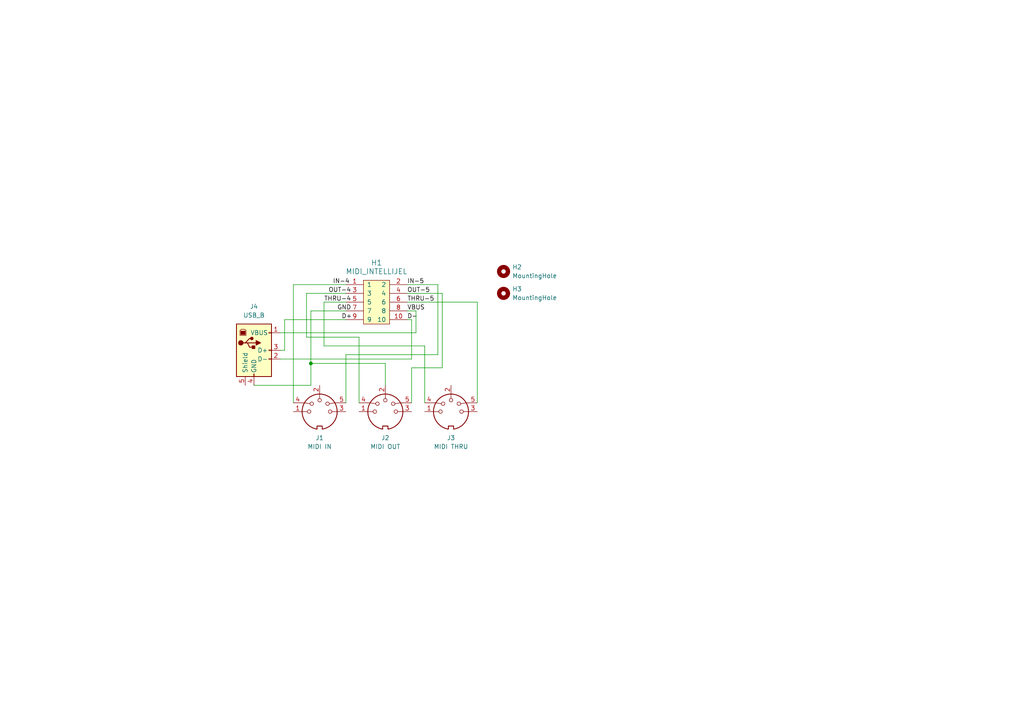
<source format=kicad_sch>
(kicad_sch (version 20231120) (generator "eeschema") (generator_version "8.0")
  (paper "A4")
  (lib_symbols
    (symbol "Connector:DIN-5_180degree" (pin_names (offset 1.016))
      (property "Reference" "J" (at 3.175 5.715 0))
      (property "Value" "DIN-5_180degree" (at 0 -6.35 0))
      (symbol "DIN-5_180degree_0_1"
        (arc (start -5.08 0) (mid -3.8609 -3.3364) (end -0.762 -5.08) (stroke (width 0.254)))
        (circle (center -3.048 0) (radius 0.508))
        (circle (center -2.286 2.286) (radius 0.508))
        (polyline (pts (xy -5.08 0) (xy -3.556 0)))
        (polyline (pts (xy 0 5.08) (xy 0 3.81)))
        (polyline (pts (xy 5.08 0) (xy 3.556 0)))
        (polyline (pts (xy -5.08 2.54) (xy -4.318 2.54) (xy -2.794 2.286)))
        (polyline (pts (xy 5.08 2.54) (xy 4.318 2.54) (xy 2.794 2.286)))
        (polyline (pts (xy -0.762 -4.953) (xy -0.762 -4.191) (xy 0.762 -4.191) (xy 0.762 -4.953)) (stroke (width 0.254)))
        (circle (center 0 3.302) (radius 0.508))
        (arc (start 0.762 -5.08) (mid 3.8685 -3.343) (end 5.08 0) (stroke (width 0.254)))
        (circle (center 2.286 2.286) (radius 0.508))
        (circle (center 3.048 0) (radius 0.508))
        (arc (start 5.08 0) (mid 0 5.0579) (end -5.08 0) (stroke (width 0.254)))
      )
      (symbol "DIN-5_180degree_1_1"
        (pin passive line (at -7.62 0 0) (length 2.54) (name "~") (number "1"))
        (pin passive line (at 0 7.62 270) (length 2.54) (name "~") (number "2"))
        (pin passive line (at 7.62 0 180) (length 2.54) (name "~") (number "3"))
        (pin passive line (at -7.62 2.54 0) (length 2.54) (name "~") (number "4"))
        (pin passive line (at 7.62 2.54 180) (length 2.54) (name "~") (number "5"))
      )
    )
    (symbol "Connector:USB_B" (pin_names (offset 1.016))
      (property "Reference" "J" (at -5.08 11.43 0))
      (property "Value" "USB_B" (at -5.08 8.89 0))
      (symbol "USB_B_0_1"
        (rectangle (start -5.08 -7.62) (end 5.08 7.62) (stroke (width 0.254)) (fill (type background)))
        (circle (center -3.81 2.159) (radius 0.635) (stroke (width 0.254)) (fill (type outline)))
        (rectangle (start -3.81 5.588) (end -2.54 4.572) (fill (type outline)))
        (circle (center -0.635 3.429) (radius 0.381) (stroke (width 0.254)) (fill (type outline)))
        (rectangle (start -0.127 -7.62) (end 0.127 -6.858))
        (polyline (pts (xy -1.905 2.159) (xy 0.635 2.159)) (stroke (width 0.254)))
        (polyline (pts (xy -3.175 2.159) (xy -2.54 2.159) (xy -1.27 3.429) (xy -0.635 3.429)) (stroke (width 0.254)))
        (polyline (pts (xy -2.54 2.159) (xy -1.905 2.159) (xy -1.27 0.889) (xy 0 0.889)) (stroke (width 0.254)))
        (polyline (pts (xy 0.635 2.794) (xy 0.635 1.524) (xy 1.905 2.159) (xy 0.635 2.794)) (stroke (width 0.254)) (fill (type outline)))
        (polyline (pts (xy -4.064 4.318) (xy -2.286 4.318) (xy -2.286 5.715) (xy -2.667 6.096) (xy -3.683 6.096) (xy -4.064 5.715) (xy -4.064 4.318)))
        (rectangle (start 0.254 1.27) (end -0.508 0.508) (stroke (width 0.254)) (fill (type outline)))
        (rectangle (start 5.08 -2.667) (end 4.318 -2.413))
        (rectangle (start 5.08 -0.127) (end 4.318 0.127))
        (rectangle (start 5.08 4.953) (end 4.318 5.207))
      )
      (symbol "USB_B_1_1"
        (pin power_out line (at 7.62 5.08 180) (length 2.54) (name "VBUS") (number "1"))
        (pin bidirectional line (at 7.62 -2.54 180) (length 2.54) (name "D-") (number "2"))
        (pin bidirectional line (at 7.62 0 180) (length 2.54) (name "D+") (number "3"))
        (pin power_out line (at 0 -10.16 90) (length 2.54) (name "GND") (number "4"))
        (pin passive line (at -2.54 -10.16 90) (length 2.54) (name "Shield") (number "5"))
      )
    )
    (symbol "Mechanical:MountingHole" (pin_names (offset 1.016)) (exclude_from_sim yes) (in_bom no)
      (property "Reference" "H" (at 0 5.08 0))
      (property "Value" "MountingHole" (at 0 3.175 0))
      (symbol "MountingHole_0_1"
        (circle (center 0 0) (radius 1.27) (stroke (width 1.27)))
      )
    )
    (symbol "eurocad:PIN_HEADER_2x5" (pin_names (offset 1.016))
      (property "Reference" "H" (at 0 -7.62 0))
      (property "Value" "PIN_HEADER_2x5" (at 0 7.62 0))
      (symbol "PIN_HEADER_2x5_0_1"
        (rectangle (start -3.81 6.35) (end 3.81 -6.35) (fill (type background)))
      )
      (symbol "PIN_HEADER_2x5_1_1"
        (pin bidirectional line (at -8.89 5.08 0) (length 5.08) (name "1") (number "1"))
        (pin bidirectional line (at 8.89 -5.08 180) (length 5.08) (name "10") (number "10"))
        (pin bidirectional line (at 8.89 5.08 180) (length 5.08) (name "2") (number "2"))
        (pin bidirectional line (at -8.89 2.54 0) (length 5.08) (name "3") (number "3"))
        (pin bidirectional line (at 8.89 2.54 180) (length 5.08) (name "4") (number "4"))
        (pin bidirectional line (at -8.89 0 0) (length 5.08) (name "5") (number "5"))
        (pin bidirectional line (at 8.89 0 180) (length 5.08) (name "6") (number "6"))
        (pin bidirectional line (at -8.89 -2.54 0) (length 5.08) (name "7") (number "7"))
        (pin bidirectional line (at 8.89 -2.54 180) (length 5.08) (name "8") (number "8"))
        (pin bidirectional line (at -8.89 -5.08 0) (length 5.08) (name "9") (number "9"))
      )
    )
  )
  (junction (at 90.17 105.41))
  (wire (pts (xy 93.98 87.63) (xy 100.33 87.63)))
  (wire (pts (xy 81.28 104.14) (xy 119.38 104.14)))
  (wire (pts (xy 127 102.87) (xy 127 82.55)))
  (wire (pts (xy 128.27 106.68) (xy 128.27 85.09)))
  (wire (pts (xy 100.33 116.84) (xy 100.33 102.87)))
  (wire (pts (xy 90.17 105.41) (xy 90.17 111.76)))
  (wire (pts (xy 119.38 116.84) (xy 119.38 106.68)))
  (wire (pts (xy 118.11 85.09) (xy 128.27 85.09)))
  (wire (pts (xy 119.38 106.68) (xy 128.27 106.68)))
  (wire (pts (xy 120.65 90.17) (xy 118.11 90.17)))
  (wire (pts (xy 118.11 87.63) (xy 138.43 87.63)))
  (wire (pts (xy 90.17 90.17) (xy 100.33 90.17)))
  (wire (pts (xy 81.28 101.6) (xy 82.55 101.6)))
  (wire (pts (xy 118.11 92.71) (xy 119.38 92.71)))
  (wire (pts (xy 100.33 102.87) (xy 127 102.87)))
  (wire (pts (xy 82.55 92.71) (xy 100.33 92.71)))
  (wire (pts (xy 104.14 97.79) (xy 88.9 97.79)))
  (wire (pts (xy 123.19 116.84) (xy 123.19 100.33)))
  (wire (pts (xy 73.66 111.76) (xy 90.17 111.76)))
  (wire (pts (xy 119.38 104.14) (xy 119.38 92.71)))
  (wire (pts (xy 88.9 85.09) (xy 100.33 85.09)))
  (wire (pts (xy 118.11 82.55) (xy 127 82.55)))
  (wire (pts (xy 85.09 116.84) (xy 85.09 82.55)))
  (wire (pts (xy 123.19 100.33) (xy 93.98 100.33)))
  (wire (pts (xy 111.76 105.41) (xy 90.17 105.41)))
  (wire (pts (xy 88.9 97.79) (xy 88.9 85.09)))
  (wire (pts (xy 120.65 96.52) (xy 120.65 90.17)))
  (wire (pts (xy 104.14 116.84) (xy 104.14 97.79)))
  (wire (pts (xy 85.09 82.55) (xy 100.33 82.55)))
  (wire (pts (xy 111.76 111.76) (xy 111.76 105.41)))
  (wire (pts (xy 93.98 100.33) (xy 93.98 87.63)))
  (wire (pts (xy 138.43 116.84) (xy 138.43 87.63)))
  (wire (pts (xy 81.28 96.52) (xy 120.65 96.52)))
  (wire (pts (xy 90.17 105.41) (xy 90.17 90.17)))
  (wire (pts (xy 82.55 101.6) (xy 82.55 92.71)))
  (label "GND" (at 97.79 90.17 0))
  (label "D+" (at 99.06 92.71 0))
  (label "D-" (at 118.11 92.71 0))
  (label "IN-4" (at 96.52 82.55 0))
  (label "IN-5" (at 118.11 82.55 0))
  (label "VBUS" (at 118.11 90.17 0))
  (label "THRU-4" (at 93.98 87.63 0))
  (label "OUT-4" (at 95.25 85.09 0))
  (label "OUT-5" (at 118.11 85.09 0))
  (label "THRU-5" (at 118.11 87.63 0))
  (symbol (lib_id "Mechanical:MountingHole") (at 146.05 85.09 0) (unit 1) (exclude_from_sim yes) (in_bom no)
    (property "Reference" "H3" (at 148.59 83.8199 0) (effects (justify left)))
    (property "Value" "MountingHole" (at 148.59 86.3599 0) (effects (justify left)))
    (property "Footprint" "MountingHole:MountingHole_3mm" (effects (hide yes)))
    (property "Description" "Mounting Hole without connection" (effects (hide yes)))
  )
  (symbol (lib_id "Connector:DIN-5_180degree") (at 130.81 119.38 0) (unit 1)
    (property "Reference" "J3" (at 130.8101 127 0))
    (property "Value" "MIDI THRU" (at 130.8101 129.54 0))
    (property "Footprint" "Eurocad:MIDI_DIN5" (effects (hide yes)))
    (property "Datasheet" "http://www.mouser.com/ds/2/18/40_c091_abd_e-75918.pdf" (effects (hide yes)))
    (property "Description" "5-pin DIN connector (5-pin DIN-5 stereo)" (effects (hide yes)))
  )
  (symbol (lib_id "Mechanical:MountingHole") (at 146.05 78.74 0) (unit 1) (exclude_from_sim yes) (in_bom no)
    (property "Reference" "H2" (at 148.59 77.4699 0) (effects (justify left)))
    (property "Value" "MountingHole" (at 148.59 80.0099 0) (effects (justify left)))
    (property "Footprint" "MountingHole:MountingHole_3mm" (effects (hide yes)))
    (property "Description" "Mounting Hole without connection" (effects (hide yes)))
  )
  (symbol (lib_id "Connector:DIN-5_180degree") (at 111.76 119.38 0) (unit 1)
    (property "Reference" "J2" (at 111.7601 127 0))
    (property "Value" "MIDI OUT" (at 111.7601 129.54 0))
    (property "Footprint" "Eurocad:MIDI_DIN5" (effects (hide yes)))
    (property "Datasheet" "http://www.mouser.com/ds/2/18/40_c091_abd_e-75918.pdf" (effects (hide yes)))
    (property "Description" "5-pin DIN connector (5-pin DIN-5 stereo)" (effects (hide yes)))
  )
  (symbol (lib_id "eurocad:PIN_HEADER_2x5") (at 109.22 87.63 0) (unit 1)
    (property "Reference" "H1" (at 109.22 76.2 0) (effects (font (size 1.524 1.524))))
    (property "Value" "MIDI_INTELLIJEL" (at 109.22 78.74 0) (effects (font (size 1.524 1.524))))
    (property "Footprint" "digikey-footprints:PinHeader_2x5_P2.54mm_Drill1.2mm" (effects (hide yes)))
  )
  (symbol (lib_id "Connector:USB_B") (at 73.66 101.6 0) (unit 1)
    (property "Reference" "J4" (at 73.66 88.9 0))
    (property "Value" "USB_B" (at 73.66 91.44 0))
    (property "Footprint" "Connector_USB:USB_B_Lumberg_2411_02_Horizontal" (effects (hide yes)))
    (property "Datasheet" " ~" (effects (hide yes)))
    (property "Description" "USB Type B connector" (effects (hide yes)))
  )
  (symbol (lib_id "Connector:DIN-5_180degree") (at 92.71 119.38 0) (unit 1)
    (property "Reference" "J1" (at 92.7101 127 0))
    (property "Value" "MIDI IN" (at 92.7101 129.54 0))
    (property "Footprint" "Eurocad:MIDI_DIN5" (effects (hide yes)))
    (property "Datasheet" "http://www.mouser.com/ds/2/18/40_c091_abd_e-75918.pdf" (effects (hide yes)))
    (property "Description" "5-pin DIN connector (5-pin DIN-5 stereo)" (effects (hide yes)))
  )
)
</source>
